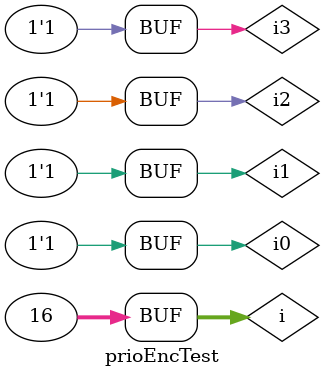
<source format=v>
`timescale 1ns / 1ps


module prioEncTest;

	// Inputs
	reg i0;
	reg i1;
	reg i2;
	reg i3;

	// Outputs
	wire [1:0] y;

	// Instantiate the Unit Under Test (UUT)
	priorityEncoder uut (
		.i0(i0), 
		.i1(i1), 
		.i2(i2), 
		.i3(i3), 
		.y(y)
	);
	integer i;
	initial begin
		// Initialize Inputs
		i0 = 0;
		i1 = 0;
		i2 = 0;
		i3 = 0;

		// Wait 100 ns for global reset to finish
		#100;
        
		// Add stimulus here
		#10
		for(i=0;i<16;i=i+1)
		begin
		#10
		{i3,i2,i1,i0}=i;
		end
		
	
	end
      
endmodule


</source>
